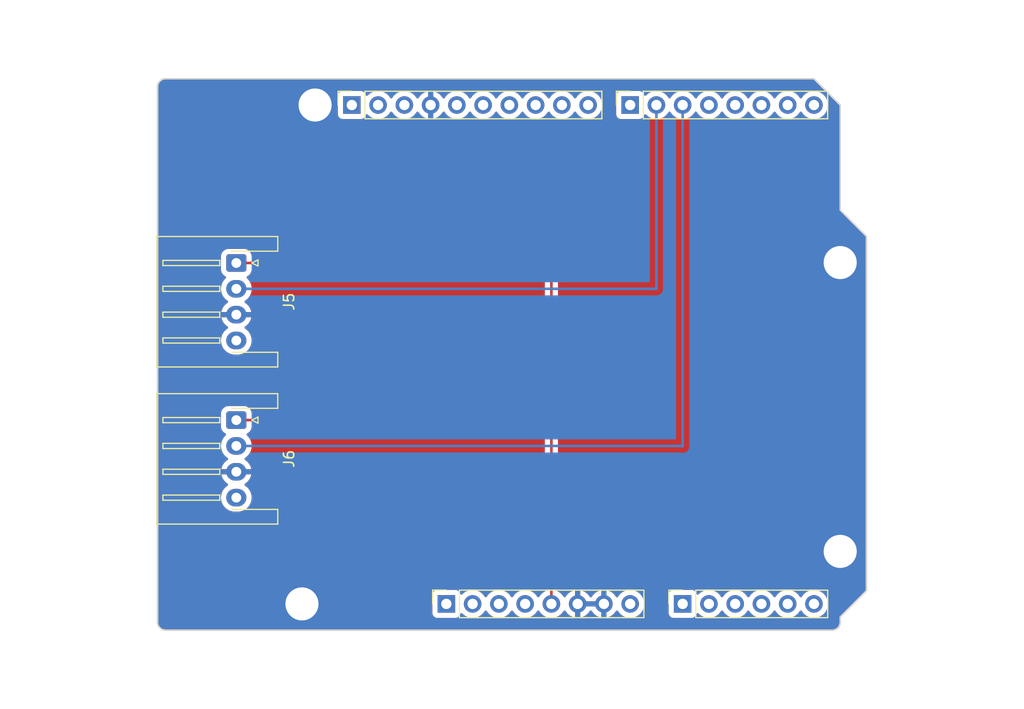
<source format=kicad_pcb>
(kicad_pcb (version 20221018) (generator pcbnew)
  (title_block (date "mar. 31 mars 2015"))
  (layers (0 "F.Cu" signal) (31 "B.Cu" signal) (34 "B.Paste" user) (35 "F.Paste" user) (36 "B.SilkS" user "B.Silkscreen") (37 "F.SilkS" user "F.Silkscreen") (38 "B.Mask" user) (39 "F.Mask" user) (44 "Edge.Cuts" user))
  (net 0 "")
  (net 1 "GND")
  (net 3 "+5V")
  (net 4 "/IOREF")
  (net 5 "/A0")
  (net 6 "/A1")
  (net 7 "/A2")
  (net 8 "/A3")
  (net 9 "/SDA{slash}A4")
  (net 10 "/SCL{slash}A5")
  (net 11 "/13")
  (net 12 "/12")
  (net 13 "/AREF")
  (net 14 "/8")
  (net 15 "/7")
  (net 16 "/*11")
  (net 17 "/*10")
  (net 18 "/*9")
  (net 19 "/4")
  (net 20 "/2")
  (net 21 "/*6")
  (net 22 "/*5")
  (net 23 "/TX{slash}1")
  (net 24 "/*3")
  (net 25 "/RX{slash}0")
  (net 26 "+3V3")
  (net 27 "VCC")
  (net 28 "/~{RESET}")
  (footprint "Connector_PinSocket_2.54mm:PinSocket_1x08_P2.54mm_Vertical" (layer "F.Cu") (at 127.94 97.46 90)
    (fp_text reference "J1" hide)
    (fp_text value "Power")
    (fp_line (start -1.33 1.27) (end -1.33 19.11) (stroke (width 0.12)) (layer "F.SilkS"))
    (fp_line (start -1.33 1.27) (end 1.33 1.27) (stroke (width 0.12)) (layer "F.SilkS"))
    (fp_line (start -1.33 19.11) (end 1.33 19.11) (stroke (width 0.12)) (layer "F.SilkS"))
    (fp_line (start 0 -1.33) (end 1.33 -1.33) (stroke (width 0.12)) (layer "F.SilkS"))
    (fp_line (start 1.33 -1.33) (end 1.33 0) (stroke (width 0.12)) (layer "F.SilkS"))
    (fp_line (start 1.33 1.27) (end 1.33 19.11) (stroke (width 0.12)) (layer "F.SilkS"))
    (pad "1" thru_hole rect locked (at 0 0 90) (size 1.7 1.7) (drill 1) (layers "*.Cu" "*.Mask"))
    (pad "2" thru_hole oval locked (at 0 2.54 90) (size 1.7 1.7) (drill 1) (layers "*.Cu" "*.Mask") (net 4 "/IOREF"))
    (pad "3" thru_hole oval locked (at 0 5.08 90) (size 1.7 1.7) (drill 1) (layers "*.Cu" "*.Mask") (net 28 "/~{RESET}"))
    (pad "4" thru_hole oval locked (at 0 7.62 90) (size 1.7 1.7) (drill 1) (layers "*.Cu" "*.Mask") (net 26 "+3V3"))
    (pad "5" thru_hole oval locked (at 0 10.16 90) (size 1.7 1.7) (drill 1) (layers "*.Cu" "*.Mask") (net 3 "+5V"))
    (pad "6" thru_hole oval locked (at 0 12.7 90) (size 1.7 1.7) (drill 1) (layers "*.Cu" "*.Mask") (net 1 "GND"))
    (pad "7" thru_hole oval locked (at 0 15.24 90) (size 1.7 1.7) (drill 1) (layers "*.Cu" "*.Mask") (net 1 "GND"))
    (pad "8" thru_hole oval locked (at 0 17.78 90) (size 1.7 1.7) (drill 1) (layers "*.Cu" "*.Mask") (net 27 "VCC"))
  )
  (footprint "Connector_PinSocket_2.54mm:PinSocket_1x06_P2.54mm_Vertical" (layer "F.Cu") (at 150.8 97.46 90)
    (fp_text reference "J3" hide)
    (fp_text value "Analog")
    (fp_line (start -1.33 1.27) (end -1.33 14.03) (stroke (width 0.12)) (layer "F.SilkS"))
    (fp_line (start -1.33 1.27) (end 1.33 1.27) (stroke (width 0.12)) (layer "F.SilkS"))
    (fp_line (start -1.33 14.03) (end 1.33 14.03) (stroke (width 0.12)) (layer "F.SilkS"))
    (fp_line (start 0 -1.33) (end 1.33 -1.33) (stroke (width 0.12)) (layer "F.SilkS"))
    (fp_line (start 1.33 -1.33) (end 1.33 0) (stroke (width 0.12)) (layer "F.SilkS"))
    (fp_line (start 1.33 1.27) (end 1.33 14.03) (stroke (width 0.12)) (layer "F.SilkS"))
    (pad "1" thru_hole rect locked (at 0 0 90) (size 1.7 1.7) (drill 1) (layers "*.Cu" "*.Mask") (net 5 "/A0"))
    (pad "2" thru_hole oval locked (at 0 2.54 90) (size 1.7 1.7) (drill 1) (layers "*.Cu" "*.Mask") (net 6 "/A1"))
    (pad "3" thru_hole oval locked (at 0 5.08 90) (size 1.7 1.7) (drill 1) (layers "*.Cu" "*.Mask") (net 7 "/A2"))
    (pad "4" thru_hole oval locked (at 0 7.62 90) (size 1.7 1.7) (drill 1) (layers "*.Cu" "*.Mask") (net 8 "/A3"))
    (pad "5" thru_hole oval locked (at 0 10.16 90) (size 1.7 1.7) (drill 1) (layers "*.Cu" "*.Mask") (net 9 "/SDA{slash}A4"))
    (pad "6" thru_hole oval locked (at 0 12.7 90) (size 1.7 1.7) (drill 1) (layers "*.Cu" "*.Mask") (net 10 "/SCL{slash}A5"))
  )
  (footprint "Connector_PinSocket_2.54mm:PinSocket_1x10_P2.54mm_Vertical" (layer "F.Cu") (at 118.796 49.2 90)
    (fp_text reference "J2" hide)
    (fp_text value "Digital/PWM")
    (fp_line (start -1.33 1.27) (end -1.33 24.19) (stroke (width 0.12)) (layer "F.SilkS"))
    (fp_line (start -1.33 1.27) (end 1.33 1.27) (stroke (width 0.12)) (layer "F.SilkS"))
    (fp_line (start -1.33 24.19) (end 1.33 24.19) (stroke (width 0.12)) (layer "F.SilkS"))
    (fp_line (start 0 -1.33) (end 1.33 -1.33) (stroke (width 0.12)) (layer "F.SilkS"))
    (fp_line (start 1.33 -1.33) (end 1.33 0) (stroke (width 0.12)) (layer "F.SilkS"))
    (fp_line (start 1.33 1.27) (end 1.33 24.19) (stroke (width 0.12)) (layer "F.SilkS"))
    (pad "1" thru_hole rect locked (at 0 0 90) (size 1.7 1.7) (drill 1) (layers "*.Cu" "*.Mask") (net 10 "/SCL{slash}A5"))
    (pad "2" thru_hole oval locked (at 0 2.54 90) (size 1.7 1.7) (drill 1) (layers "*.Cu" "*.Mask") (net 9 "/SDA{slash}A4"))
    (pad "3" thru_hole oval locked (at 0 5.08 90) (size 1.7 1.7) (drill 1) (layers "*.Cu" "*.Mask") (net 13 "/AREF"))
    (pad "4" thru_hole oval locked (at 0 7.62 90) (size 1.7 1.7) (drill 1) (layers "*.Cu" "*.Mask") (net 1 "GND"))
    (pad "5" thru_hole oval locked (at 0 10.16 90) (size 1.7 1.7) (drill 1) (layers "*.Cu" "*.Mask") (net 11 "/13"))
    (pad "6" thru_hole oval locked (at 0 12.7 90) (size 1.7 1.7) (drill 1) (layers "*.Cu" "*.Mask") (net 12 "/12"))
    (pad "7" thru_hole oval locked (at 0 15.24 90) (size 1.7 1.7) (drill 1) (layers "*.Cu" "*.Mask") (net 16 "/*11"))
    (pad "8" thru_hole oval locked (at 0 17.78 90) (size 1.7 1.7) (drill 1) (layers "*.Cu" "*.Mask") (net 17 "/*10"))
    (pad "9" thru_hole oval locked (at 0 20.32 90) (size 1.7 1.7) (drill 1) (layers "*.Cu" "*.Mask") (net 18 "/*9"))
    (pad "10" thru_hole oval locked (at 0 22.86 90) (size 1.7 1.7) (drill 1) (layers "*.Cu" "*.Mask") (net 14 "/8"))
  )
  (footprint "Connector_PinSocket_2.54mm:PinSocket_1x08_P2.54mm_Vertical" (layer "F.Cu") (at 145.72 49.2 90)
    (fp_text reference "J4" hide)
    (fp_text value "Digital/PWM")
    (fp_line (start -1.33 1.27) (end -1.33 19.11) (stroke (width 0.12)) (layer "F.SilkS"))
    (fp_line (start -1.33 1.27) (end 1.33 1.27) (stroke (width 0.12)) (layer "F.SilkS"))
    (fp_line (start -1.33 19.11) (end 1.33 19.11) (stroke (width 0.12)) (layer "F.SilkS"))
    (fp_line (start 0 -1.33) (end 1.33 -1.33) (stroke (width 0.12)) (layer "F.SilkS"))
    (fp_line (start 1.33 -1.33) (end 1.33 0) (stroke (width 0.12)) (layer "F.SilkS"))
    (fp_line (start 1.33 1.27) (end 1.33 19.11) (stroke (width 0.12)) (layer "F.SilkS"))
    (pad "1" thru_hole rect locked (at 0 0 90) (size 1.7 1.7) (drill 1) (layers "*.Cu" "*.Mask") (net 15 "/7"))
    (pad "2" thru_hole oval locked (at 0 2.54 90) (size 1.7 1.7) (drill 1) (layers "*.Cu" "*.Mask") (net 21 "/*6"))
    (pad "3" thru_hole oval locked (at 0 5.08 90) (size 1.7 1.7) (drill 1) (layers "*.Cu" "*.Mask") (net 22 "/*5"))
    (pad "4" thru_hole oval locked (at 0 7.62 90) (size 1.7 1.7) (drill 1) (layers "*.Cu" "*.Mask") (net 19 "/4"))
    (pad "5" thru_hole oval locked (at 0 10.16 90) (size 1.7 1.7) (drill 1) (layers "*.Cu" "*.Mask") (net 24 "/*3"))
    (pad "6" thru_hole oval locked (at 0 12.7 90) (size 1.7 1.7) (drill 1) (layers "*.Cu" "*.Mask") (net 20 "/2"))
    (pad "7" thru_hole oval locked (at 0 15.24 90) (size 1.7 1.7) (drill 1) (layers "*.Cu" "*.Mask") (net 23 "/TX{slash}1"))
    (pad "8" thru_hole oval locked (at 0 17.78 90) (size 1.7 1.7) (drill 1) (layers "*.Cu" "*.Mask") (net 25 "/RX{slash}0"))
  )
  (footprint "Connector_JST:JST_XH_S4B-XH-A-1_1x04_P2.50mm_Horizontal" (layer "F.Cu") (at 107.62 79.68 -90)
    (fp_text reference "J6" (at 3.75 -5.1 90) (layer "F.SilkS"))
    (fp_text value "Conn_01x04")
    (fp_line (start -2.56 -4.01) (end -1.14 -4.01) (stroke (width 0.12)) (layer "F.SilkS"))
    (fp_line (start -2.56 7.71) (end -2.56 -4.01) (stroke (width 0.12)) (layer "F.SilkS"))
    (fp_line (start -1.14 -4.01) (end -1.14 0.49) (stroke (width 0.12)) (layer "F.SilkS"))
    (fp_line (start -0.3 -2.1) (end 0.3 -2.1) (stroke (width 0.12)) (layer "F.SilkS"))
    (fp_line (start -0.25 1.6) (end -0.25 7.1) (stroke (width 0.12)) (layer "F.SilkS"))
    (fp_line (start -0.25 7.1) (end 0.25 7.1) (stroke (width 0.12)) (layer "F.SilkS"))
    (fp_line (start 0 -1.5) (end -0.3 -2.1) (stroke (width 0.12)) (layer "F.SilkS"))
    (fp_line (start 0.25 1.6) (end -0.25 1.6) (stroke (width 0.12)) (layer "F.SilkS"))
    (fp_line (start 0.25 7.1) (end 0.25 1.6) (stroke (width 0.12)) (layer "F.SilkS"))
    (fp_line (start 0.3 -2.1) (end 0 -1.5) (stroke (width 0.12)) (layer "F.SilkS"))
    (fp_line (start 2.25 1.6) (end 2.25 7.1) (stroke (width 0.12)) (layer "F.SilkS"))
    (fp_line (start 2.25 7.1) (end 2.75 7.1) (stroke (width 0.12)) (layer "F.SilkS"))
    (fp_line (start 2.75 1.6) (end 2.25 1.6) (stroke (width 0.12)) (layer "F.SilkS"))
    (fp_line (start 2.75 7.1) (end 2.75 1.6) (stroke (width 0.12)) (layer "F.SilkS"))
    (fp_line (start 3.75 7.71) (end -2.56 7.71) (stroke (width 0.12)) (layer "F.SilkS"))
    (fp_line (start 3.75 7.71) (end 10.06 7.71) (stroke (width 0.12)) (layer "F.SilkS"))
    (fp_line (start 4.75 1.6) (end 4.75 7.1) (stroke (width 0.12)) (layer "F.SilkS"))
    (fp_line (start 4.75 7.1) (end 5.25 7.1) (stroke (width 0.12)) (layer "F.SilkS"))
    (fp_line (start 5.25 1.6) (end 4.75 1.6) (stroke (width 0.12)) (layer "F.SilkS"))
    (fp_line (start 5.25 7.1) (end 5.25 1.6) (stroke (width 0.12)) (layer "F.SilkS"))
    (fp_line (start 7.25 1.6) (end 7.25 7.1) (stroke (width 0.12)) (layer "F.SilkS"))
    (fp_line (start 7.25 7.1) (end 7.75 7.1) (stroke (width 0.12)) (layer "F.SilkS"))
    (fp_line (start 7.75 1.6) (end 7.25 1.6) (stroke (width 0.12)) (layer "F.SilkS"))
    (fp_line (start 7.75 7.1) (end 7.75 1.6) (stroke (width 0.12)) (layer "F.SilkS"))
    (fp_line (start 8.64 -4.01) (end 8.64 0.49) (stroke (width 0.12)) (layer "F.SilkS"))
    (fp_line (start 10.06 -4.01) (end 8.64 -4.01) (stroke (width 0.12)) (layer "F.SilkS"))
    (fp_line (start 10.06 7.71) (end 10.06 -4.01) (stroke (width 0.12)) (layer "F.SilkS"))
    (pad "1" thru_hole roundrect (at 0 0 270) (size 1.7 1.95) (drill 0.95) (layers "*.Cu" "*.Mask") (roundrect_rratio 0.147059) (net 3 "+5V"))
    (pad "2" thru_hole oval (at 2.5 0 270) (size 1.7 1.95) (drill 0.95) (layers "*.Cu" "*.Mask") (net 22 "/*5"))
    (pad "3" thru_hole oval (at 5 0 270) (size 1.7 1.95) (drill 0.95) (layers "*.Cu" "*.Mask") (net 1 "GND"))
    (pad "4" thru_hole oval (at 7.5 0 270) (size 1.7 1.95) (drill 0.95) (layers "*.Cu" "*.Mask"))
  )
  (footprint "Arduino_MountingHole:MountingHole_3.2mm" (layer "F.Cu") (at 115.24 49.2)
    (fp_text reference "MH1" hide)
    (fp_text value "MountingHole_3.2mm" hide)
    (pad "" np_thru_hole circle locked (at 0 0) (size 3.2 3.2) (drill 3.2) (layers "*.Cu" "*.Mask"))
  )
  (footprint "Connector_JST:JST_XH_S4B-XH-A-1_1x04_P2.50mm_Horizontal" (layer "F.Cu") (at 107.62 64.48 -90)
    (fp_text reference "J5" (at 3.75 -5.1 90) (layer "F.SilkS"))
    (fp_text value "Conn_01x04")
    (fp_line (start -2.56 -4.01) (end -1.14 -4.01) (stroke (width 0.12)) (layer "F.SilkS"))
    (fp_line (start -2.56 7.71) (end -2.56 -4.01) (stroke (width 0.12)) (layer "F.SilkS"))
    (fp_line (start -1.14 -4.01) (end -1.14 0.49) (stroke (width 0.12)) (layer "F.SilkS"))
    (fp_line (start -0.3 -2.1) (end 0.3 -2.1) (stroke (width 0.12)) (layer "F.SilkS"))
    (fp_line (start -0.25 1.6) (end -0.25 7.1) (stroke (width 0.12)) (layer "F.SilkS"))
    (fp_line (start -0.25 7.1) (end 0.25 7.1) (stroke (width 0.12)) (layer "F.SilkS"))
    (fp_line (start 0 -1.5) (end -0.3 -2.1) (stroke (width 0.12)) (layer "F.SilkS"))
    (fp_line (start 0.25 1.6) (end -0.25 1.6) (stroke (width 0.12)) (layer "F.SilkS"))
    (fp_line (start 0.25 7.1) (end 0.25 1.6) (stroke (width 0.12)) (layer "F.SilkS"))
    (fp_line (start 0.3 -2.1) (end 0 -1.5) (stroke (width 0.12)) (layer "F.SilkS"))
    (fp_line (start 2.25 1.6) (end 2.25 7.1) (stroke (width 0.12)) (layer "F.SilkS"))
    (fp_line (start 2.25 7.1) (end 2.75 7.1) (stroke (width 0.12)) (layer "F.SilkS"))
    (fp_line (start 2.75 1.6) (end 2.25 1.6) (stroke (width 0.12)) (layer "F.SilkS"))
    (fp_line (start 2.75 7.1) (end 2.75 1.6) (stroke (width 0.12)) (layer "F.SilkS"))
    (fp_line (start 3.75 7.71) (end -2.56 7.71) (stroke (width 0.12)) (layer "F.SilkS"))
    (fp_line (start 3.75 7.71) (end 10.06 7.71) (stroke (width 0.12)) (layer "F.SilkS"))
    (fp_line (start 4.75 1.6) (end 4.75 7.1) (stroke (width 0.12)) (layer "F.SilkS"))
    (fp_line (start 4.75 7.1) (end 5.25 7.1) (stroke (width 0.12)) (layer "F.SilkS"))
    (fp_line (start 5.25 1.6) (end 4.75 1.6) (stroke (width 0.12)) (layer "F.SilkS"))
    (fp_line (start 5.25 7.1) (end 5.25 1.6) (stroke (width 0.12)) (layer "F.SilkS"))
    (fp_line (start 7.25 1.6) (end 7.25 7.1) (stroke (width 0.12)) (layer "F.SilkS"))
    (fp_line (start 7.25 7.1) (end 7.75 7.1) (stroke (width 0.12)) (layer "F.SilkS"))
    (fp_line (start 7.75 1.6) (end 7.25 1.6) (stroke (width 0.12)) (layer "F.SilkS"))
    (fp_line (start 7.75 7.1) (end 7.75 1.6) (stroke (width 0.12)) (layer "F.SilkS"))
    (fp_line (start 8.64 -4.01) (end 8.64 0.49) (stroke (width 0.12)) (layer "F.SilkS"))
    (fp_line (start 10.06 -4.01) (end 8.64 -4.01) (stroke (width 0.12)) (layer "F.SilkS"))
    (fp_line (start 10.06 7.71) (end 10.06 -4.01) (stroke (width 0.12)) (layer "F.SilkS"))
    (pad "1" thru_hole roundrect (at 0 0 270) (size 1.7 1.95) (drill 0.95) (layers "*.Cu" "*.Mask") (roundrect_rratio 0.147059) (net 3 "+5V"))
    (pad "2" thru_hole oval (at 2.5 0 270) (size 1.7 1.95) (drill 0.95) (layers "*.Cu" "*.Mask") (net 21 "/*6"))
    (pad "3" thru_hole oval (at 5 0 270) (size 1.7 1.95) (drill 0.95) (layers "*.Cu" "*.Mask") (net 1 "GND"))
    (pad "4" thru_hole oval (at 7.5 0 270) (size 1.7 1.95) (drill 0.95) (layers "*.Cu" "*.Mask"))
  )
  (footprint "Arduino_MountingHole:MountingHole_3.2mm" (layer "F.Cu") (at 113.97 97.46)
    (fp_text reference "MH2" hide)
    (fp_text value "MountingHole_3.2mm" hide)
    (pad "" np_thru_hole circle locked (at 0 0) (size 3.2 3.2) (drill 3.2) (layers "*.Cu" "*.Mask"))
  )
  (footprint "Arduino_MountingHole:MountingHole_3.2mm" (layer "F.Cu") (at 166.04 64.44)
    (fp_text reference "MH3" hide)
    (fp_text value "MountingHole_3.2mm" hide)
    (pad "" np_thru_hole circle locked (at 0 0) (size 3.2 3.2) (drill 3.2) (layers "*.Cu" "*.Mask"))
  )
  (footprint "Arduino_MountingHole:MountingHole_3.2mm" (layer "F.Cu") (at 166.04 92.38)
    (fp_text reference "MH4" hide)
    (fp_text value "MountingHole_3.2mm" hide)
    (pad "" np_thru_hole circle locked (at 0 0) (size 3.2 3.2) (drill 3.2) (layers "*.Cu" "*.Mask"))
  )
  (gr_line (start 166.04 59.36) (end 168.58 61.9) (stroke (width 0.15)) (layer "Edge.Cuts"))
  (gr_line (start 100 99.238) (end 100 47.422) (stroke (width 0.15)) (layer "Edge.Cuts"))
  (gr_line (start 168.58 61.9) (end 168.58 96.19) (stroke (width 0.15)) (layer "Edge.Cuts"))
  (gr_line (start 165.278 100) (end 100.762 100) (stroke (width 0.15)) (layer "Edge.Cuts"))
  (gr_line (start 100.762 46.66) (end 163.5 46.66) (stroke (width 0.15)) (layer "Edge.Cuts"))
  (gr_arc (start 100.762 100) (mid 100.223185 99.776815) (end 100 99.238) (stroke (width 0.15)) (layer "Edge.Cuts"))
  (gr_line (start 168.58 96.19) (end 166.04 98.73) (stroke (width 0.15)) (layer "Edge.Cuts"))
  (gr_line (start 163.5 46.66) (end 166.04 49.2) (stroke (width 0.15)) (layer "Edge.Cuts"))
  (gr_arc (start 166.04 99.238) (mid 165.816815 99.776815) (end 165.278 100) (stroke (width 0.15)) (layer "Edge.Cuts"))
  (gr_line (start 166.04 49.2) (end 166.04 59.36) (stroke (width 0.15)) (layer "Edge.Cuts"))
  (gr_line (start 166.04 98.73) (end 166.04 99.238) (stroke (width 0.15)) (layer "Edge.Cuts"))
  (gr_arc (start 100 47.422) (mid 100.223185 46.883185) (end 100.762 46.66) (stroke (width 0.15)) (layer "Edge.Cuts"))
  (segment (start 138.1 64.44) (end 138.1 79.68) (width 0.25) (layer "F.Cu") (net 3))
  (segment (start 138.06 64.48) (end 138.1 64.44) (width 0.25) (layer "F.Cu") (net 3))
  (segment (start 138.1 79.68) (end 138.1 97.46) (width 0.25) (layer "F.Cu") (net 3))
  (segment (start 107.62 79.68) (end 138.1 79.68) (width 0.25) (layer "F.Cu") (net 3))
  (segment (start 107.62 64.48) (end 138.06 64.48) (width 0.25) (layer "F.Cu") (net 3))
  (segment (start 107.62 66.98) (end 148.26 66.98) (width 0.25) (layer "B.Cu") (net 21))
  (segment (start 148.26 66.98) (end 148.26 49.2) (width 0.25) (layer "B.Cu") (net 21))
  (segment (start 150.76 82.18) (end 150.8 82.22) (width 0.25) (layer "B.Cu") (net 22))
  (segment (start 107.62 82.18) (end 150.76 82.18) (width 0.25) (layer "B.Cu") (net 22))
  (segment (start 150.8 82.22) (end 150.8 49.2) (width 0.25) (layer "B.Cu") (net 22))
  (zone (net 1) (net_name "GND") (layers "F&B.Cu") (connect_pads (clearance 0.508)) (min_thickness 0.25) (fill yes (thermal_gap 0.5) (thermal_bridge_width 0.5))
    (polygon (pts (xy 84.76 39.04) (xy 84.76 107.62) (xy 183.82 107.62) (xy 183.82 39.04)))
  )
)
</source>
